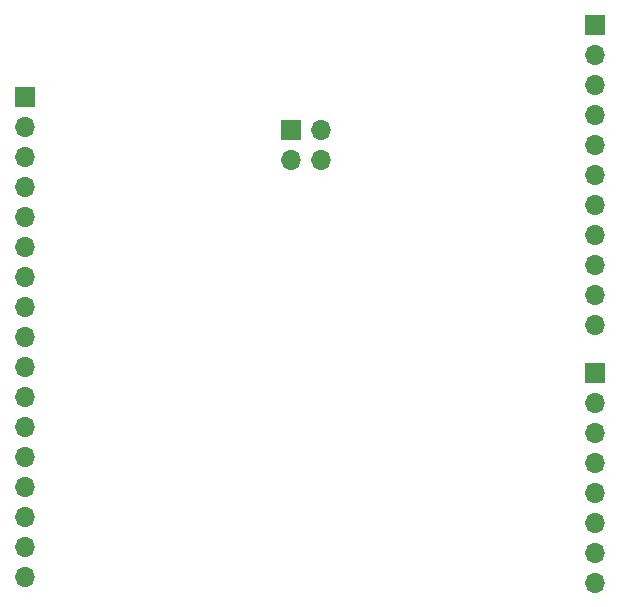
<source format=gbr>
%TF.GenerationSoftware,KiCad,Pcbnew,8.0.5*%
%TF.CreationDate,2024-10-18T20:24:32+02:00*%
%TF.ProjectId,p_ytka,70427974-6b61-42e6-9b69-6361645f7063,rev?*%
%TF.SameCoordinates,Original*%
%TF.FileFunction,Copper,L2,Bot*%
%TF.FilePolarity,Positive*%
%FSLAX46Y46*%
G04 Gerber Fmt 4.6, Leading zero omitted, Abs format (unit mm)*
G04 Created by KiCad (PCBNEW 8.0.5) date 2024-10-18 20:24:32*
%MOMM*%
%LPD*%
G01*
G04 APERTURE LIST*
%TA.AperFunction,ComponentPad*%
%ADD10O,1.700000X1.700000*%
%TD*%
%TA.AperFunction,ComponentPad*%
%ADD11R,1.700000X1.700000*%
%TD*%
G04 APERTURE END LIST*
D10*
%TO.P,REF\u002A\u002A,17*%
%TO.N,GND*%
X104740000Y-100000000D03*
%TO.P,REF\u002A\u002A,16*%
%TO.N,ADC*%
X104740000Y-97460000D03*
%TO.P,REF\u002A\u002A,15*%
%TO.N,N/C*%
X104740000Y-94920000D03*
%TO.P,REF\u002A\u002A,14*%
X104740000Y-92380000D03*
%TO.P,REF\u002A\u002A,13*%
X104740000Y-89840000D03*
%TO.P,REF\u002A\u002A,12*%
X104740000Y-87300000D03*
%TO.P,REF\u002A\u002A,11*%
X104740000Y-84760000D03*
%TO.P,REF\u002A\u002A,10*%
X104740000Y-82220000D03*
%TO.P,REF\u002A\u002A,9*%
X104740000Y-79680000D03*
%TO.P,REF\u002A\u002A,8*%
X104740000Y-77140000D03*
%TO.P,REF\u002A\u002A,7*%
X104740000Y-74600000D03*
%TO.P,REF\u002A\u002A,6*%
X104740000Y-72060000D03*
%TO.P,REF\u002A\u002A,5*%
X104740000Y-69520000D03*
%TO.P,REF\u002A\u002A,4*%
X104740000Y-66980000D03*
%TO.P,REF\u002A\u002A,3*%
X104740000Y-64440000D03*
%TO.P,REF\u002A\u002A,2*%
X104740000Y-61900000D03*
D11*
%TO.P,REF\u002A\u002A,1*%
X104740000Y-59360000D03*
%TD*%
%TO.P,REF\u002A\u002A,1*%
%TO.N,N/C*%
X153000000Y-82720000D03*
D10*
%TO.P,REF\u002A\u002A,2*%
X153000000Y-85260000D03*
%TO.P,REF\u002A\u002A,3*%
X153000000Y-87800000D03*
%TO.P,REF\u002A\u002A,4*%
X153000000Y-90340000D03*
%TO.P,REF\u002A\u002A,5*%
X153000000Y-92880000D03*
%TO.P,REF\u002A\u002A,6*%
X153000000Y-95420000D03*
%TO.P,REF\u002A\u002A,7*%
X153000000Y-97960000D03*
%TO.P,REF\u002A\u002A,8*%
X153000000Y-100500000D03*
%TD*%
%TO.P,REF\u002A\u002A,4*%
%TO.N,N/C*%
X129790000Y-64750000D03*
%TO.P,REF\u002A\u002A,3*%
%TO.N,OPAMP_IN*%
X129790000Y-62210000D03*
%TO.P,REF\u002A\u002A,2*%
%TO.N,ADC*%
X127250000Y-64750000D03*
D11*
%TO.P,REF\u002A\u002A,1*%
%TO.N,DAC_OUT*%
X127250000Y-62210000D03*
%TD*%
%TO.P,REF\u002A\u002A,1*%
%TO.N,DAC_OUT*%
X153000000Y-53260000D03*
D10*
%TO.P,REF\u002A\u002A,2*%
%TO.N,N/C*%
X153000000Y-55800000D03*
%TO.P,REF\u002A\u002A,3*%
X153000000Y-58340000D03*
%TO.P,REF\u002A\u002A,4*%
X153000000Y-60880000D03*
%TO.P,REF\u002A\u002A,5*%
X153000000Y-63420000D03*
%TO.P,REF\u002A\u002A,6*%
X153000000Y-65960000D03*
%TO.P,REF\u002A\u002A,7*%
%TO.N,INPUT*%
X153000000Y-68500000D03*
%TO.P,REF\u002A\u002A,8*%
%TO.N,OPAMP_IN*%
X153000000Y-71040000D03*
%TO.P,REF\u002A\u002A,9*%
%TO.N,N/C*%
X153000000Y-73580000D03*
%TO.P,REF\u002A\u002A,10*%
%TO.N,INPUT*%
X153000000Y-76120000D03*
%TO.P,REF\u002A\u002A,11*%
%TO.N,N/C*%
X153000000Y-78660000D03*
%TD*%
M02*

</source>
